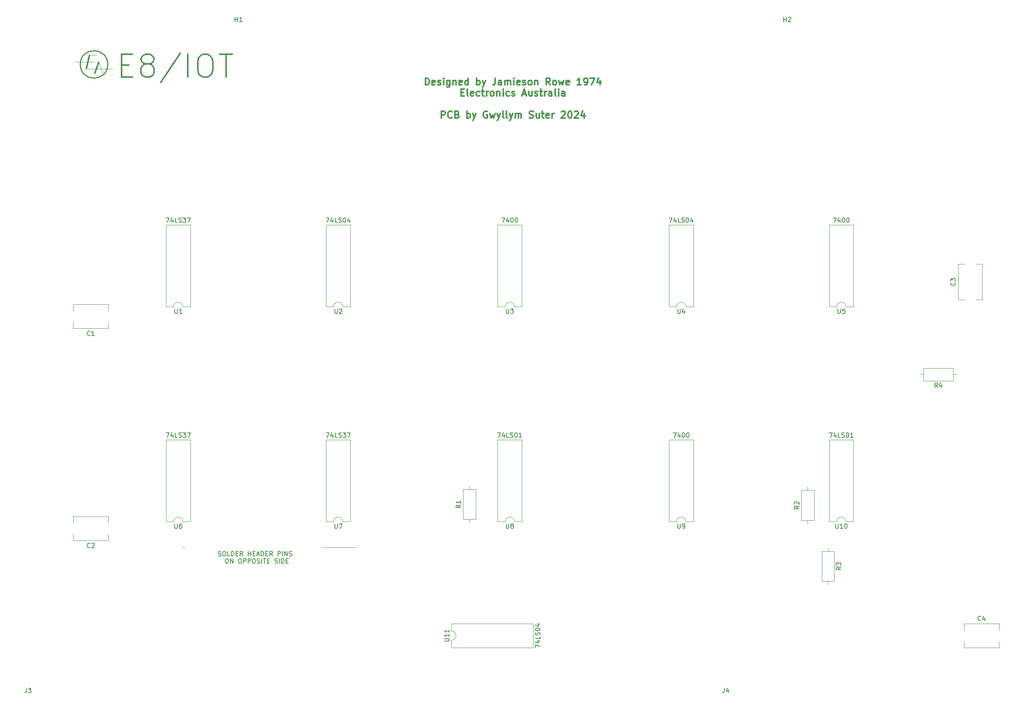
<source format=gbr>
%TF.GenerationSoftware,KiCad,Pcbnew,(6.0.4-0)*%
%TF.CreationDate,2024-04-14T14:55:46+10:00*%
%TF.ProjectId,Input:Output Interface,496e7075-743a-44f7-9574-70757420496e,rev?*%
%TF.SameCoordinates,Original*%
%TF.FileFunction,Legend,Top*%
%TF.FilePolarity,Positive*%
%FSLAX46Y46*%
G04 Gerber Fmt 4.6, Leading zero omitted, Abs format (unit mm)*
G04 Created by KiCad (PCBNEW (6.0.4-0)) date 2024-04-14 14:55:46*
%MOMM*%
%LPD*%
G01*
G04 APERTURE LIST*
%ADD10C,0.120000*%
%ADD11C,0.150000*%
%ADD12C,0.300000*%
%ADD13C,0.240000*%
G04 APERTURE END LIST*
D10*
X138176000Y-173736000D02*
X145796000Y-173736000D01*
X107696000Y-173736000D02*
X108204000Y-173736000D01*
X141732000Y-173736000D02*
X142240000Y-173736000D01*
D11*
X115595238Y-175499761D02*
X115738095Y-175547380D01*
X115976190Y-175547380D01*
X116071428Y-175499761D01*
X116119047Y-175452142D01*
X116166666Y-175356904D01*
X116166666Y-175261666D01*
X116119047Y-175166428D01*
X116071428Y-175118809D01*
X115976190Y-175071190D01*
X115785714Y-175023571D01*
X115690476Y-174975952D01*
X115642857Y-174928333D01*
X115595238Y-174833095D01*
X115595238Y-174737857D01*
X115642857Y-174642619D01*
X115690476Y-174595000D01*
X115785714Y-174547380D01*
X116023809Y-174547380D01*
X116166666Y-174595000D01*
X116785714Y-174547380D02*
X116976190Y-174547380D01*
X117071428Y-174595000D01*
X117166666Y-174690238D01*
X117214285Y-174880714D01*
X117214285Y-175214047D01*
X117166666Y-175404523D01*
X117071428Y-175499761D01*
X116976190Y-175547380D01*
X116785714Y-175547380D01*
X116690476Y-175499761D01*
X116595238Y-175404523D01*
X116547619Y-175214047D01*
X116547619Y-174880714D01*
X116595238Y-174690238D01*
X116690476Y-174595000D01*
X116785714Y-174547380D01*
X118119047Y-175547380D02*
X117642857Y-175547380D01*
X117642857Y-174547380D01*
X118452380Y-175547380D02*
X118452380Y-174547380D01*
X118690476Y-174547380D01*
X118833333Y-174595000D01*
X118928571Y-174690238D01*
X118976190Y-174785476D01*
X119023809Y-174975952D01*
X119023809Y-175118809D01*
X118976190Y-175309285D01*
X118928571Y-175404523D01*
X118833333Y-175499761D01*
X118690476Y-175547380D01*
X118452380Y-175547380D01*
X119452380Y-175023571D02*
X119785714Y-175023571D01*
X119928571Y-175547380D02*
X119452380Y-175547380D01*
X119452380Y-174547380D01*
X119928571Y-174547380D01*
X120928571Y-175547380D02*
X120595238Y-175071190D01*
X120357142Y-175547380D02*
X120357142Y-174547380D01*
X120738095Y-174547380D01*
X120833333Y-174595000D01*
X120880952Y-174642619D01*
X120928571Y-174737857D01*
X120928571Y-174880714D01*
X120880952Y-174975952D01*
X120833333Y-175023571D01*
X120738095Y-175071190D01*
X120357142Y-175071190D01*
X122119047Y-175547380D02*
X122119047Y-174547380D01*
X122119047Y-175023571D02*
X122690476Y-175023571D01*
X122690476Y-175547380D02*
X122690476Y-174547380D01*
X123166666Y-175023571D02*
X123500000Y-175023571D01*
X123642857Y-175547380D02*
X123166666Y-175547380D01*
X123166666Y-174547380D01*
X123642857Y-174547380D01*
X124023809Y-175261666D02*
X124500000Y-175261666D01*
X123928571Y-175547380D02*
X124261904Y-174547380D01*
X124595238Y-175547380D01*
X124928571Y-175547380D02*
X124928571Y-174547380D01*
X125166666Y-174547380D01*
X125309523Y-174595000D01*
X125404761Y-174690238D01*
X125452380Y-174785476D01*
X125500000Y-174975952D01*
X125500000Y-175118809D01*
X125452380Y-175309285D01*
X125404761Y-175404523D01*
X125309523Y-175499761D01*
X125166666Y-175547380D01*
X124928571Y-175547380D01*
X125928571Y-175023571D02*
X126261904Y-175023571D01*
X126404761Y-175547380D02*
X125928571Y-175547380D01*
X125928571Y-174547380D01*
X126404761Y-174547380D01*
X127404761Y-175547380D02*
X127071428Y-175071190D01*
X126833333Y-175547380D02*
X126833333Y-174547380D01*
X127214285Y-174547380D01*
X127309523Y-174595000D01*
X127357142Y-174642619D01*
X127404761Y-174737857D01*
X127404761Y-174880714D01*
X127357142Y-174975952D01*
X127309523Y-175023571D01*
X127214285Y-175071190D01*
X126833333Y-175071190D01*
X128595238Y-175547380D02*
X128595238Y-174547380D01*
X128976190Y-174547380D01*
X129071428Y-174595000D01*
X129119047Y-174642619D01*
X129166666Y-174737857D01*
X129166666Y-174880714D01*
X129119047Y-174975952D01*
X129071428Y-175023571D01*
X128976190Y-175071190D01*
X128595238Y-175071190D01*
X129595238Y-175547380D02*
X129595238Y-174547380D01*
X130071428Y-175547380D02*
X130071428Y-174547380D01*
X130642857Y-175547380D01*
X130642857Y-174547380D01*
X131071428Y-175499761D02*
X131214285Y-175547380D01*
X131452380Y-175547380D01*
X131547619Y-175499761D01*
X131595238Y-175452142D01*
X131642857Y-175356904D01*
X131642857Y-175261666D01*
X131595238Y-175166428D01*
X131547619Y-175118809D01*
X131452380Y-175071190D01*
X131261904Y-175023571D01*
X131166666Y-174975952D01*
X131119047Y-174928333D01*
X131071428Y-174833095D01*
X131071428Y-174737857D01*
X131119047Y-174642619D01*
X131166666Y-174595000D01*
X131261904Y-174547380D01*
X131500000Y-174547380D01*
X131642857Y-174595000D01*
X117357142Y-176157380D02*
X117547619Y-176157380D01*
X117642857Y-176205000D01*
X117738095Y-176300238D01*
X117785714Y-176490714D01*
X117785714Y-176824047D01*
X117738095Y-177014523D01*
X117642857Y-177109761D01*
X117547619Y-177157380D01*
X117357142Y-177157380D01*
X117261904Y-177109761D01*
X117166666Y-177014523D01*
X117119047Y-176824047D01*
X117119047Y-176490714D01*
X117166666Y-176300238D01*
X117261904Y-176205000D01*
X117357142Y-176157380D01*
X118214285Y-177157380D02*
X118214285Y-176157380D01*
X118785714Y-177157380D01*
X118785714Y-176157380D01*
X120214285Y-176157380D02*
X120404761Y-176157380D01*
X120500000Y-176205000D01*
X120595238Y-176300238D01*
X120642857Y-176490714D01*
X120642857Y-176824047D01*
X120595238Y-177014523D01*
X120500000Y-177109761D01*
X120404761Y-177157380D01*
X120214285Y-177157380D01*
X120119047Y-177109761D01*
X120023809Y-177014523D01*
X119976190Y-176824047D01*
X119976190Y-176490714D01*
X120023809Y-176300238D01*
X120119047Y-176205000D01*
X120214285Y-176157380D01*
X121071428Y-177157380D02*
X121071428Y-176157380D01*
X121452380Y-176157380D01*
X121547619Y-176205000D01*
X121595238Y-176252619D01*
X121642857Y-176347857D01*
X121642857Y-176490714D01*
X121595238Y-176585952D01*
X121547619Y-176633571D01*
X121452380Y-176681190D01*
X121071428Y-176681190D01*
X122071428Y-177157380D02*
X122071428Y-176157380D01*
X122452380Y-176157380D01*
X122547619Y-176205000D01*
X122595238Y-176252619D01*
X122642857Y-176347857D01*
X122642857Y-176490714D01*
X122595238Y-176585952D01*
X122547619Y-176633571D01*
X122452380Y-176681190D01*
X122071428Y-176681190D01*
X123261904Y-176157380D02*
X123452380Y-176157380D01*
X123547619Y-176205000D01*
X123642857Y-176300238D01*
X123690476Y-176490714D01*
X123690476Y-176824047D01*
X123642857Y-177014523D01*
X123547619Y-177109761D01*
X123452380Y-177157380D01*
X123261904Y-177157380D01*
X123166666Y-177109761D01*
X123071428Y-177014523D01*
X123023809Y-176824047D01*
X123023809Y-176490714D01*
X123071428Y-176300238D01*
X123166666Y-176205000D01*
X123261904Y-176157380D01*
X124071428Y-177109761D02*
X124214285Y-177157380D01*
X124452380Y-177157380D01*
X124547619Y-177109761D01*
X124595238Y-177062142D01*
X124642857Y-176966904D01*
X124642857Y-176871666D01*
X124595238Y-176776428D01*
X124547619Y-176728809D01*
X124452380Y-176681190D01*
X124261904Y-176633571D01*
X124166666Y-176585952D01*
X124119047Y-176538333D01*
X124071428Y-176443095D01*
X124071428Y-176347857D01*
X124119047Y-176252619D01*
X124166666Y-176205000D01*
X124261904Y-176157380D01*
X124500000Y-176157380D01*
X124642857Y-176205000D01*
X125071428Y-177157380D02*
X125071428Y-176157380D01*
X125404761Y-176157380D02*
X125976190Y-176157380D01*
X125690476Y-177157380D02*
X125690476Y-176157380D01*
X126309523Y-176633571D02*
X126642857Y-176633571D01*
X126785714Y-177157380D02*
X126309523Y-177157380D01*
X126309523Y-176157380D01*
X126785714Y-176157380D01*
X127928571Y-177109761D02*
X128071428Y-177157380D01*
X128309523Y-177157380D01*
X128404761Y-177109761D01*
X128452380Y-177062142D01*
X128500000Y-176966904D01*
X128500000Y-176871666D01*
X128452380Y-176776428D01*
X128404761Y-176728809D01*
X128309523Y-176681190D01*
X128119047Y-176633571D01*
X128023809Y-176585952D01*
X127976190Y-176538333D01*
X127928571Y-176443095D01*
X127928571Y-176347857D01*
X127976190Y-176252619D01*
X128023809Y-176205000D01*
X128119047Y-176157380D01*
X128357142Y-176157380D01*
X128500000Y-176205000D01*
X128928571Y-177157380D02*
X128928571Y-176157380D01*
X129404761Y-177157380D02*
X129404761Y-176157380D01*
X129642857Y-176157380D01*
X129785714Y-176205000D01*
X129880952Y-176300238D01*
X129928571Y-176395476D01*
X129976190Y-176585952D01*
X129976190Y-176728809D01*
X129928571Y-176919285D01*
X129880952Y-177014523D01*
X129785714Y-177109761D01*
X129642857Y-177157380D01*
X129404761Y-177157380D01*
X130404761Y-176633571D02*
X130738095Y-176633571D01*
X130880952Y-177157380D02*
X130404761Y-177157380D01*
X130404761Y-176157380D01*
X130880952Y-176157380D01*
D12*
X160857142Y-72556071D02*
X160857142Y-71056071D01*
X161214285Y-71056071D01*
X161428571Y-71127500D01*
X161571428Y-71270357D01*
X161642857Y-71413214D01*
X161714285Y-71698928D01*
X161714285Y-71913214D01*
X161642857Y-72198928D01*
X161571428Y-72341785D01*
X161428571Y-72484642D01*
X161214285Y-72556071D01*
X160857142Y-72556071D01*
X162928571Y-72484642D02*
X162785714Y-72556071D01*
X162500000Y-72556071D01*
X162357142Y-72484642D01*
X162285714Y-72341785D01*
X162285714Y-71770357D01*
X162357142Y-71627500D01*
X162500000Y-71556071D01*
X162785714Y-71556071D01*
X162928571Y-71627500D01*
X163000000Y-71770357D01*
X163000000Y-71913214D01*
X162285714Y-72056071D01*
X163571428Y-72484642D02*
X163714285Y-72556071D01*
X164000000Y-72556071D01*
X164142857Y-72484642D01*
X164214285Y-72341785D01*
X164214285Y-72270357D01*
X164142857Y-72127500D01*
X164000000Y-72056071D01*
X163785714Y-72056071D01*
X163642857Y-71984642D01*
X163571428Y-71841785D01*
X163571428Y-71770357D01*
X163642857Y-71627500D01*
X163785714Y-71556071D01*
X164000000Y-71556071D01*
X164142857Y-71627500D01*
X164857142Y-72556071D02*
X164857142Y-71556071D01*
X164857142Y-71056071D02*
X164785714Y-71127500D01*
X164857142Y-71198928D01*
X164928571Y-71127500D01*
X164857142Y-71056071D01*
X164857142Y-71198928D01*
X166214285Y-71556071D02*
X166214285Y-72770357D01*
X166142857Y-72913214D01*
X166071428Y-72984642D01*
X165928571Y-73056071D01*
X165714285Y-73056071D01*
X165571428Y-72984642D01*
X166214285Y-72484642D02*
X166071428Y-72556071D01*
X165785714Y-72556071D01*
X165642857Y-72484642D01*
X165571428Y-72413214D01*
X165500000Y-72270357D01*
X165500000Y-71841785D01*
X165571428Y-71698928D01*
X165642857Y-71627500D01*
X165785714Y-71556071D01*
X166071428Y-71556071D01*
X166214285Y-71627500D01*
X166928571Y-71556071D02*
X166928571Y-72556071D01*
X166928571Y-71698928D02*
X167000000Y-71627500D01*
X167142857Y-71556071D01*
X167357142Y-71556071D01*
X167500000Y-71627500D01*
X167571428Y-71770357D01*
X167571428Y-72556071D01*
X168857142Y-72484642D02*
X168714285Y-72556071D01*
X168428571Y-72556071D01*
X168285714Y-72484642D01*
X168214285Y-72341785D01*
X168214285Y-71770357D01*
X168285714Y-71627500D01*
X168428571Y-71556071D01*
X168714285Y-71556071D01*
X168857142Y-71627500D01*
X168928571Y-71770357D01*
X168928571Y-71913214D01*
X168214285Y-72056071D01*
X170214285Y-72556071D02*
X170214285Y-71056071D01*
X170214285Y-72484642D02*
X170071428Y-72556071D01*
X169785714Y-72556071D01*
X169642857Y-72484642D01*
X169571428Y-72413214D01*
X169500000Y-72270357D01*
X169500000Y-71841785D01*
X169571428Y-71698928D01*
X169642857Y-71627500D01*
X169785714Y-71556071D01*
X170071428Y-71556071D01*
X170214285Y-71627500D01*
X172071428Y-72556071D02*
X172071428Y-71056071D01*
X172071428Y-71627500D02*
X172214285Y-71556071D01*
X172500000Y-71556071D01*
X172642857Y-71627500D01*
X172714285Y-71698928D01*
X172785714Y-71841785D01*
X172785714Y-72270357D01*
X172714285Y-72413214D01*
X172642857Y-72484642D01*
X172500000Y-72556071D01*
X172214285Y-72556071D01*
X172071428Y-72484642D01*
X173285714Y-71556071D02*
X173642857Y-72556071D01*
X174000000Y-71556071D02*
X173642857Y-72556071D01*
X173500000Y-72913214D01*
X173428571Y-72984642D01*
X173285714Y-73056071D01*
X176142857Y-71056071D02*
X176142857Y-72127500D01*
X176071428Y-72341785D01*
X175928571Y-72484642D01*
X175714285Y-72556071D01*
X175571428Y-72556071D01*
X177500000Y-72556071D02*
X177500000Y-71770357D01*
X177428571Y-71627500D01*
X177285714Y-71556071D01*
X177000000Y-71556071D01*
X176857142Y-71627500D01*
X177500000Y-72484642D02*
X177357142Y-72556071D01*
X177000000Y-72556071D01*
X176857142Y-72484642D01*
X176785714Y-72341785D01*
X176785714Y-72198928D01*
X176857142Y-72056071D01*
X177000000Y-71984642D01*
X177357142Y-71984642D01*
X177500000Y-71913214D01*
X178214285Y-72556071D02*
X178214285Y-71556071D01*
X178214285Y-71698928D02*
X178285714Y-71627500D01*
X178428571Y-71556071D01*
X178642857Y-71556071D01*
X178785714Y-71627500D01*
X178857142Y-71770357D01*
X178857142Y-72556071D01*
X178857142Y-71770357D02*
X178928571Y-71627500D01*
X179071428Y-71556071D01*
X179285714Y-71556071D01*
X179428571Y-71627500D01*
X179500000Y-71770357D01*
X179500000Y-72556071D01*
X180214285Y-72556071D02*
X180214285Y-71556071D01*
X180214285Y-71056071D02*
X180142857Y-71127500D01*
X180214285Y-71198928D01*
X180285714Y-71127500D01*
X180214285Y-71056071D01*
X180214285Y-71198928D01*
X181500000Y-72484642D02*
X181357142Y-72556071D01*
X181071428Y-72556071D01*
X180928571Y-72484642D01*
X180857142Y-72341785D01*
X180857142Y-71770357D01*
X180928571Y-71627500D01*
X181071428Y-71556071D01*
X181357142Y-71556071D01*
X181500000Y-71627500D01*
X181571428Y-71770357D01*
X181571428Y-71913214D01*
X180857142Y-72056071D01*
X182142857Y-72484642D02*
X182285714Y-72556071D01*
X182571428Y-72556071D01*
X182714285Y-72484642D01*
X182785714Y-72341785D01*
X182785714Y-72270357D01*
X182714285Y-72127500D01*
X182571428Y-72056071D01*
X182357142Y-72056071D01*
X182214285Y-71984642D01*
X182142857Y-71841785D01*
X182142857Y-71770357D01*
X182214285Y-71627500D01*
X182357142Y-71556071D01*
X182571428Y-71556071D01*
X182714285Y-71627500D01*
X183642857Y-72556071D02*
X183500000Y-72484642D01*
X183428571Y-72413214D01*
X183357142Y-72270357D01*
X183357142Y-71841785D01*
X183428571Y-71698928D01*
X183500000Y-71627500D01*
X183642857Y-71556071D01*
X183857142Y-71556071D01*
X184000000Y-71627500D01*
X184071428Y-71698928D01*
X184142857Y-71841785D01*
X184142857Y-72270357D01*
X184071428Y-72413214D01*
X184000000Y-72484642D01*
X183857142Y-72556071D01*
X183642857Y-72556071D01*
X184785714Y-71556071D02*
X184785714Y-72556071D01*
X184785714Y-71698928D02*
X184857142Y-71627500D01*
X185000000Y-71556071D01*
X185214285Y-71556071D01*
X185357142Y-71627500D01*
X185428571Y-71770357D01*
X185428571Y-72556071D01*
X188142857Y-72556071D02*
X187642857Y-71841785D01*
X187285714Y-72556071D02*
X187285714Y-71056071D01*
X187857142Y-71056071D01*
X188000000Y-71127500D01*
X188071428Y-71198928D01*
X188142857Y-71341785D01*
X188142857Y-71556071D01*
X188071428Y-71698928D01*
X188000000Y-71770357D01*
X187857142Y-71841785D01*
X187285714Y-71841785D01*
X189000000Y-72556071D02*
X188857142Y-72484642D01*
X188785714Y-72413214D01*
X188714285Y-72270357D01*
X188714285Y-71841785D01*
X188785714Y-71698928D01*
X188857142Y-71627500D01*
X189000000Y-71556071D01*
X189214285Y-71556071D01*
X189357142Y-71627500D01*
X189428571Y-71698928D01*
X189500000Y-71841785D01*
X189500000Y-72270357D01*
X189428571Y-72413214D01*
X189357142Y-72484642D01*
X189214285Y-72556071D01*
X189000000Y-72556071D01*
X190000000Y-71556071D02*
X190285714Y-72556071D01*
X190571428Y-71841785D01*
X190857142Y-72556071D01*
X191142857Y-71556071D01*
X192285714Y-72484642D02*
X192142857Y-72556071D01*
X191857142Y-72556071D01*
X191714285Y-72484642D01*
X191642857Y-72341785D01*
X191642857Y-71770357D01*
X191714285Y-71627500D01*
X191857142Y-71556071D01*
X192142857Y-71556071D01*
X192285714Y-71627500D01*
X192357142Y-71770357D01*
X192357142Y-71913214D01*
X191642857Y-72056071D01*
X194928571Y-72556071D02*
X194071428Y-72556071D01*
X194500000Y-72556071D02*
X194500000Y-71056071D01*
X194357142Y-71270357D01*
X194214285Y-71413214D01*
X194071428Y-71484642D01*
X195642857Y-72556071D02*
X195928571Y-72556071D01*
X196071428Y-72484642D01*
X196142857Y-72413214D01*
X196285714Y-72198928D01*
X196357142Y-71913214D01*
X196357142Y-71341785D01*
X196285714Y-71198928D01*
X196214285Y-71127500D01*
X196071428Y-71056071D01*
X195785714Y-71056071D01*
X195642857Y-71127500D01*
X195571428Y-71198928D01*
X195500000Y-71341785D01*
X195500000Y-71698928D01*
X195571428Y-71841785D01*
X195642857Y-71913214D01*
X195785714Y-71984642D01*
X196071428Y-71984642D01*
X196214285Y-71913214D01*
X196285714Y-71841785D01*
X196357142Y-71698928D01*
X196857142Y-71056071D02*
X197857142Y-71056071D01*
X197214285Y-72556071D01*
X199071428Y-71556071D02*
X199071428Y-72556071D01*
X198714285Y-70984642D02*
X198357142Y-72056071D01*
X199285714Y-72056071D01*
X168642857Y-74185357D02*
X169142857Y-74185357D01*
X169357142Y-74971071D02*
X168642857Y-74971071D01*
X168642857Y-73471071D01*
X169357142Y-73471071D01*
X170214285Y-74971071D02*
X170071428Y-74899642D01*
X170000000Y-74756785D01*
X170000000Y-73471071D01*
X171357142Y-74899642D02*
X171214285Y-74971071D01*
X170928571Y-74971071D01*
X170785714Y-74899642D01*
X170714285Y-74756785D01*
X170714285Y-74185357D01*
X170785714Y-74042500D01*
X170928571Y-73971071D01*
X171214285Y-73971071D01*
X171357142Y-74042500D01*
X171428571Y-74185357D01*
X171428571Y-74328214D01*
X170714285Y-74471071D01*
X172714285Y-74899642D02*
X172571428Y-74971071D01*
X172285714Y-74971071D01*
X172142857Y-74899642D01*
X172071428Y-74828214D01*
X172000000Y-74685357D01*
X172000000Y-74256785D01*
X172071428Y-74113928D01*
X172142857Y-74042500D01*
X172285714Y-73971071D01*
X172571428Y-73971071D01*
X172714285Y-74042500D01*
X173142857Y-73971071D02*
X173714285Y-73971071D01*
X173357142Y-73471071D02*
X173357142Y-74756785D01*
X173428571Y-74899642D01*
X173571428Y-74971071D01*
X173714285Y-74971071D01*
X174214285Y-74971071D02*
X174214285Y-73971071D01*
X174214285Y-74256785D02*
X174285714Y-74113928D01*
X174357142Y-74042500D01*
X174500000Y-73971071D01*
X174642857Y-73971071D01*
X175357142Y-74971071D02*
X175214285Y-74899642D01*
X175142857Y-74828214D01*
X175071428Y-74685357D01*
X175071428Y-74256785D01*
X175142857Y-74113928D01*
X175214285Y-74042500D01*
X175357142Y-73971071D01*
X175571428Y-73971071D01*
X175714285Y-74042500D01*
X175785714Y-74113928D01*
X175857142Y-74256785D01*
X175857142Y-74685357D01*
X175785714Y-74828214D01*
X175714285Y-74899642D01*
X175571428Y-74971071D01*
X175357142Y-74971071D01*
X176500000Y-73971071D02*
X176500000Y-74971071D01*
X176500000Y-74113928D02*
X176571428Y-74042500D01*
X176714285Y-73971071D01*
X176928571Y-73971071D01*
X177071428Y-74042500D01*
X177142857Y-74185357D01*
X177142857Y-74971071D01*
X177857142Y-74971071D02*
X177857142Y-73971071D01*
X177857142Y-73471071D02*
X177785714Y-73542500D01*
X177857142Y-73613928D01*
X177928571Y-73542500D01*
X177857142Y-73471071D01*
X177857142Y-73613928D01*
X179214285Y-74899642D02*
X179071428Y-74971071D01*
X178785714Y-74971071D01*
X178642857Y-74899642D01*
X178571428Y-74828214D01*
X178500000Y-74685357D01*
X178500000Y-74256785D01*
X178571428Y-74113928D01*
X178642857Y-74042500D01*
X178785714Y-73971071D01*
X179071428Y-73971071D01*
X179214285Y-74042500D01*
X179785714Y-74899642D02*
X179928571Y-74971071D01*
X180214285Y-74971071D01*
X180357142Y-74899642D01*
X180428571Y-74756785D01*
X180428571Y-74685357D01*
X180357142Y-74542500D01*
X180214285Y-74471071D01*
X180000000Y-74471071D01*
X179857142Y-74399642D01*
X179785714Y-74256785D01*
X179785714Y-74185357D01*
X179857142Y-74042500D01*
X180000000Y-73971071D01*
X180214285Y-73971071D01*
X180357142Y-74042500D01*
X182142857Y-74542500D02*
X182857142Y-74542500D01*
X182000000Y-74971071D02*
X182500000Y-73471071D01*
X183000000Y-74971071D01*
X184142857Y-73971071D02*
X184142857Y-74971071D01*
X183500000Y-73971071D02*
X183500000Y-74756785D01*
X183571428Y-74899642D01*
X183714285Y-74971071D01*
X183928571Y-74971071D01*
X184071428Y-74899642D01*
X184142857Y-74828214D01*
X184785714Y-74899642D02*
X184928571Y-74971071D01*
X185214285Y-74971071D01*
X185357142Y-74899642D01*
X185428571Y-74756785D01*
X185428571Y-74685357D01*
X185357142Y-74542500D01*
X185214285Y-74471071D01*
X185000000Y-74471071D01*
X184857142Y-74399642D01*
X184785714Y-74256785D01*
X184785714Y-74185357D01*
X184857142Y-74042500D01*
X185000000Y-73971071D01*
X185214285Y-73971071D01*
X185357142Y-74042500D01*
X185857142Y-73971071D02*
X186428571Y-73971071D01*
X186071428Y-73471071D02*
X186071428Y-74756785D01*
X186142857Y-74899642D01*
X186285714Y-74971071D01*
X186428571Y-74971071D01*
X186928571Y-74971071D02*
X186928571Y-73971071D01*
X186928571Y-74256785D02*
X187000000Y-74113928D01*
X187071428Y-74042500D01*
X187214285Y-73971071D01*
X187357142Y-73971071D01*
X188500000Y-74971071D02*
X188500000Y-74185357D01*
X188428571Y-74042500D01*
X188285714Y-73971071D01*
X188000000Y-73971071D01*
X187857142Y-74042500D01*
X188500000Y-74899642D02*
X188357142Y-74971071D01*
X188000000Y-74971071D01*
X187857142Y-74899642D01*
X187785714Y-74756785D01*
X187785714Y-74613928D01*
X187857142Y-74471071D01*
X188000000Y-74399642D01*
X188357142Y-74399642D01*
X188500000Y-74328214D01*
X189428571Y-74971071D02*
X189285714Y-74899642D01*
X189214285Y-74756785D01*
X189214285Y-73471071D01*
X190000000Y-74971071D02*
X190000000Y-73971071D01*
X190000000Y-73471071D02*
X189928571Y-73542500D01*
X190000000Y-73613928D01*
X190071428Y-73542500D01*
X190000000Y-73471071D01*
X190000000Y-73613928D01*
X191357142Y-74971071D02*
X191357142Y-74185357D01*
X191285714Y-74042500D01*
X191142857Y-73971071D01*
X190857142Y-73971071D01*
X190714285Y-74042500D01*
X191357142Y-74899642D02*
X191214285Y-74971071D01*
X190857142Y-74971071D01*
X190714285Y-74899642D01*
X190642857Y-74756785D01*
X190642857Y-74613928D01*
X190714285Y-74471071D01*
X190857142Y-74399642D01*
X191214285Y-74399642D01*
X191357142Y-74328214D01*
X164321428Y-79801071D02*
X164321428Y-78301071D01*
X164892857Y-78301071D01*
X165035714Y-78372500D01*
X165107142Y-78443928D01*
X165178571Y-78586785D01*
X165178571Y-78801071D01*
X165107142Y-78943928D01*
X165035714Y-79015357D01*
X164892857Y-79086785D01*
X164321428Y-79086785D01*
X166678571Y-79658214D02*
X166607142Y-79729642D01*
X166392857Y-79801071D01*
X166250000Y-79801071D01*
X166035714Y-79729642D01*
X165892857Y-79586785D01*
X165821428Y-79443928D01*
X165750000Y-79158214D01*
X165750000Y-78943928D01*
X165821428Y-78658214D01*
X165892857Y-78515357D01*
X166035714Y-78372500D01*
X166250000Y-78301071D01*
X166392857Y-78301071D01*
X166607142Y-78372500D01*
X166678571Y-78443928D01*
X167821428Y-79015357D02*
X168035714Y-79086785D01*
X168107142Y-79158214D01*
X168178571Y-79301071D01*
X168178571Y-79515357D01*
X168107142Y-79658214D01*
X168035714Y-79729642D01*
X167892857Y-79801071D01*
X167321428Y-79801071D01*
X167321428Y-78301071D01*
X167821428Y-78301071D01*
X167964285Y-78372500D01*
X168035714Y-78443928D01*
X168107142Y-78586785D01*
X168107142Y-78729642D01*
X168035714Y-78872500D01*
X167964285Y-78943928D01*
X167821428Y-79015357D01*
X167321428Y-79015357D01*
X169964285Y-79801071D02*
X169964285Y-78301071D01*
X169964285Y-78872500D02*
X170107142Y-78801071D01*
X170392857Y-78801071D01*
X170535714Y-78872500D01*
X170607142Y-78943928D01*
X170678571Y-79086785D01*
X170678571Y-79515357D01*
X170607142Y-79658214D01*
X170535714Y-79729642D01*
X170392857Y-79801071D01*
X170107142Y-79801071D01*
X169964285Y-79729642D01*
X171178571Y-78801071D02*
X171535714Y-79801071D01*
X171892857Y-78801071D02*
X171535714Y-79801071D01*
X171392857Y-80158214D01*
X171321428Y-80229642D01*
X171178571Y-80301071D01*
X174392857Y-78372500D02*
X174250000Y-78301071D01*
X174035714Y-78301071D01*
X173821428Y-78372500D01*
X173678571Y-78515357D01*
X173607142Y-78658214D01*
X173535714Y-78943928D01*
X173535714Y-79158214D01*
X173607142Y-79443928D01*
X173678571Y-79586785D01*
X173821428Y-79729642D01*
X174035714Y-79801071D01*
X174178571Y-79801071D01*
X174392857Y-79729642D01*
X174464285Y-79658214D01*
X174464285Y-79158214D01*
X174178571Y-79158214D01*
X174964285Y-78801071D02*
X175250000Y-79801071D01*
X175535714Y-79086785D01*
X175821428Y-79801071D01*
X176107142Y-78801071D01*
X176535714Y-78801071D02*
X176892857Y-79801071D01*
X177250000Y-78801071D02*
X176892857Y-79801071D01*
X176750000Y-80158214D01*
X176678571Y-80229642D01*
X176535714Y-80301071D01*
X178035714Y-79801071D02*
X177892857Y-79729642D01*
X177821428Y-79586785D01*
X177821428Y-78301071D01*
X178821428Y-79801071D02*
X178678571Y-79729642D01*
X178607142Y-79586785D01*
X178607142Y-78301071D01*
X179250000Y-78801071D02*
X179607142Y-79801071D01*
X179964285Y-78801071D02*
X179607142Y-79801071D01*
X179464285Y-80158214D01*
X179392857Y-80229642D01*
X179250000Y-80301071D01*
X180535714Y-79801071D02*
X180535714Y-78801071D01*
X180535714Y-78943928D02*
X180607142Y-78872500D01*
X180750000Y-78801071D01*
X180964285Y-78801071D01*
X181107142Y-78872500D01*
X181178571Y-79015357D01*
X181178571Y-79801071D01*
X181178571Y-79015357D02*
X181250000Y-78872500D01*
X181392857Y-78801071D01*
X181607142Y-78801071D01*
X181750000Y-78872500D01*
X181821428Y-79015357D01*
X181821428Y-79801071D01*
X183607142Y-79729642D02*
X183821428Y-79801071D01*
X184178571Y-79801071D01*
X184321428Y-79729642D01*
X184392857Y-79658214D01*
X184464285Y-79515357D01*
X184464285Y-79372500D01*
X184392857Y-79229642D01*
X184321428Y-79158214D01*
X184178571Y-79086785D01*
X183892857Y-79015357D01*
X183750000Y-78943928D01*
X183678571Y-78872500D01*
X183607142Y-78729642D01*
X183607142Y-78586785D01*
X183678571Y-78443928D01*
X183750000Y-78372500D01*
X183892857Y-78301071D01*
X184250000Y-78301071D01*
X184464285Y-78372500D01*
X185750000Y-78801071D02*
X185750000Y-79801071D01*
X185107142Y-78801071D02*
X185107142Y-79586785D01*
X185178571Y-79729642D01*
X185321428Y-79801071D01*
X185535714Y-79801071D01*
X185678571Y-79729642D01*
X185750000Y-79658214D01*
X186250000Y-78801071D02*
X186821428Y-78801071D01*
X186464285Y-78301071D02*
X186464285Y-79586785D01*
X186535714Y-79729642D01*
X186678571Y-79801071D01*
X186821428Y-79801071D01*
X187892857Y-79729642D02*
X187750000Y-79801071D01*
X187464285Y-79801071D01*
X187321428Y-79729642D01*
X187250000Y-79586785D01*
X187250000Y-79015357D01*
X187321428Y-78872500D01*
X187464285Y-78801071D01*
X187750000Y-78801071D01*
X187892857Y-78872500D01*
X187964285Y-79015357D01*
X187964285Y-79158214D01*
X187250000Y-79301071D01*
X188607142Y-79801071D02*
X188607142Y-78801071D01*
X188607142Y-79086785D02*
X188678571Y-78943928D01*
X188750000Y-78872500D01*
X188892857Y-78801071D01*
X189035714Y-78801071D01*
X190607142Y-78443928D02*
X190678571Y-78372500D01*
X190821428Y-78301071D01*
X191178571Y-78301071D01*
X191321428Y-78372500D01*
X191392857Y-78443928D01*
X191464285Y-78586785D01*
X191464285Y-78729642D01*
X191392857Y-78943928D01*
X190535714Y-79801071D01*
X191464285Y-79801071D01*
X192392857Y-78301071D02*
X192535714Y-78301071D01*
X192678571Y-78372500D01*
X192750000Y-78443928D01*
X192821428Y-78586785D01*
X192892857Y-78872500D01*
X192892857Y-79229642D01*
X192821428Y-79515357D01*
X192750000Y-79658214D01*
X192678571Y-79729642D01*
X192535714Y-79801071D01*
X192392857Y-79801071D01*
X192250000Y-79729642D01*
X192178571Y-79658214D01*
X192107142Y-79515357D01*
X192035714Y-79229642D01*
X192035714Y-78872500D01*
X192107142Y-78586785D01*
X192178571Y-78443928D01*
X192250000Y-78372500D01*
X192392857Y-78301071D01*
X193464285Y-78443928D02*
X193535714Y-78372500D01*
X193678571Y-78301071D01*
X194035714Y-78301071D01*
X194178571Y-78372500D01*
X194250000Y-78443928D01*
X194321428Y-78586785D01*
X194321428Y-78729642D01*
X194250000Y-78943928D01*
X193392857Y-79801071D01*
X194321428Y-79801071D01*
X195607142Y-78801071D02*
X195607142Y-79801071D01*
X195250000Y-78229642D02*
X194892857Y-79301071D01*
X195821428Y-79301071D01*
X94386285Y-68222857D02*
X96052952Y-68222857D01*
X96767238Y-70841904D02*
X94386285Y-70841904D01*
X94386285Y-65841904D01*
X96767238Y-65841904D01*
X99624380Y-67984761D02*
X99148190Y-67746666D01*
X98910095Y-67508571D01*
X98672000Y-67032380D01*
X98672000Y-66794285D01*
X98910095Y-66318095D01*
X99148190Y-66080000D01*
X99624380Y-65841904D01*
X100576761Y-65841904D01*
X101052952Y-66080000D01*
X101291047Y-66318095D01*
X101529142Y-66794285D01*
X101529142Y-67032380D01*
X101291047Y-67508571D01*
X101052952Y-67746666D01*
X100576761Y-67984761D01*
X99624380Y-67984761D01*
X99148190Y-68222857D01*
X98910095Y-68460952D01*
X98672000Y-68937142D01*
X98672000Y-69889523D01*
X98910095Y-70365714D01*
X99148190Y-70603809D01*
X99624380Y-70841904D01*
X100576761Y-70841904D01*
X101052952Y-70603809D01*
X101291047Y-70365714D01*
X101529142Y-69889523D01*
X101529142Y-68937142D01*
X101291047Y-68460952D01*
X101052952Y-68222857D01*
X100576761Y-67984761D01*
X107243428Y-65603809D02*
X102957714Y-72032380D01*
X108910095Y-70841904D02*
X108910095Y-65841904D01*
X112243428Y-65841904D02*
X113195809Y-65841904D01*
X113672000Y-66080000D01*
X114148190Y-66556190D01*
X114386285Y-67508571D01*
X114386285Y-69175238D01*
X114148190Y-70127619D01*
X113672000Y-70603809D01*
X113195809Y-70841904D01*
X112243428Y-70841904D01*
X111767238Y-70603809D01*
X111291047Y-70127619D01*
X111052952Y-69175238D01*
X111052952Y-67508571D01*
X111291047Y-66556190D01*
X111767238Y-66080000D01*
X112243428Y-65841904D01*
X115814857Y-65841904D02*
X118672000Y-65841904D01*
X117243428Y-70841904D02*
X117243428Y-65841904D01*
D11*
%TO.C,J4*%
X226211866Y-204478380D02*
X226211866Y-205192666D01*
X226164247Y-205335523D01*
X226069009Y-205430761D01*
X225926152Y-205478380D01*
X225830914Y-205478380D01*
X227116628Y-204811714D02*
X227116628Y-205478380D01*
X226878533Y-204430761D02*
X226640438Y-205145047D01*
X227259485Y-205145047D01*
%TO.C,U2*%
X141048095Y-121522380D02*
X141048095Y-122331904D01*
X141095714Y-122427142D01*
X141143333Y-122474761D01*
X141238571Y-122522380D01*
X141429047Y-122522380D01*
X141524285Y-122474761D01*
X141571904Y-122427142D01*
X141619523Y-122331904D01*
X141619523Y-121522380D01*
X142048095Y-121617619D02*
X142095714Y-121570000D01*
X142190952Y-121522380D01*
X142429047Y-121522380D01*
X142524285Y-121570000D01*
X142571904Y-121617619D01*
X142619523Y-121712857D01*
X142619523Y-121808095D01*
X142571904Y-121950952D01*
X142000476Y-122522380D01*
X142619523Y-122522380D01*
X139167142Y-101622380D02*
X139833809Y-101622380D01*
X139405238Y-102622380D01*
X140643333Y-101955714D02*
X140643333Y-102622380D01*
X140405238Y-101574761D02*
X140167142Y-102289047D01*
X140786190Y-102289047D01*
X141643333Y-102622380D02*
X141167142Y-102622380D01*
X141167142Y-101622380D01*
X141929047Y-102574761D02*
X142071904Y-102622380D01*
X142310000Y-102622380D01*
X142405238Y-102574761D01*
X142452857Y-102527142D01*
X142500476Y-102431904D01*
X142500476Y-102336666D01*
X142452857Y-102241428D01*
X142405238Y-102193809D01*
X142310000Y-102146190D01*
X142119523Y-102098571D01*
X142024285Y-102050952D01*
X141976666Y-102003333D01*
X141929047Y-101908095D01*
X141929047Y-101812857D01*
X141976666Y-101717619D01*
X142024285Y-101670000D01*
X142119523Y-101622380D01*
X142357619Y-101622380D01*
X142500476Y-101670000D01*
X143119523Y-101622380D02*
X143214761Y-101622380D01*
X143310000Y-101670000D01*
X143357619Y-101717619D01*
X143405238Y-101812857D01*
X143452857Y-102003333D01*
X143452857Y-102241428D01*
X143405238Y-102431904D01*
X143357619Y-102527142D01*
X143310000Y-102574761D01*
X143214761Y-102622380D01*
X143119523Y-102622380D01*
X143024285Y-102574761D01*
X142976666Y-102527142D01*
X142929047Y-102431904D01*
X142881428Y-102241428D01*
X142881428Y-102003333D01*
X142929047Y-101812857D01*
X142976666Y-101717619D01*
X143024285Y-101670000D01*
X143119523Y-101622380D01*
X144310000Y-101955714D02*
X144310000Y-102622380D01*
X144071904Y-101574761D02*
X143833809Y-102289047D01*
X144452857Y-102289047D01*
%TO.C,U3*%
X178548095Y-121522380D02*
X178548095Y-122331904D01*
X178595714Y-122427142D01*
X178643333Y-122474761D01*
X178738571Y-122522380D01*
X178929047Y-122522380D01*
X179024285Y-122474761D01*
X179071904Y-122427142D01*
X179119523Y-122331904D01*
X179119523Y-121522380D01*
X179500476Y-121522380D02*
X180119523Y-121522380D01*
X179786190Y-121903333D01*
X179929047Y-121903333D01*
X180024285Y-121950952D01*
X180071904Y-121998571D01*
X180119523Y-122093809D01*
X180119523Y-122331904D01*
X180071904Y-122427142D01*
X180024285Y-122474761D01*
X179929047Y-122522380D01*
X179643333Y-122522380D01*
X179548095Y-122474761D01*
X179500476Y-122427142D01*
X177548095Y-101622380D02*
X178214761Y-101622380D01*
X177786190Y-102622380D01*
X179024285Y-101955714D02*
X179024285Y-102622380D01*
X178786190Y-101574761D02*
X178548095Y-102289047D01*
X179167142Y-102289047D01*
X179738571Y-101622380D02*
X179833809Y-101622380D01*
X179929047Y-101670000D01*
X179976666Y-101717619D01*
X180024285Y-101812857D01*
X180071904Y-102003333D01*
X180071904Y-102241428D01*
X180024285Y-102431904D01*
X179976666Y-102527142D01*
X179929047Y-102574761D01*
X179833809Y-102622380D01*
X179738571Y-102622380D01*
X179643333Y-102574761D01*
X179595714Y-102527142D01*
X179548095Y-102431904D01*
X179500476Y-102241428D01*
X179500476Y-102003333D01*
X179548095Y-101812857D01*
X179595714Y-101717619D01*
X179643333Y-101670000D01*
X179738571Y-101622380D01*
X180690952Y-101622380D02*
X180786190Y-101622380D01*
X180881428Y-101670000D01*
X180929047Y-101717619D01*
X180976666Y-101812857D01*
X181024285Y-102003333D01*
X181024285Y-102241428D01*
X180976666Y-102431904D01*
X180929047Y-102527142D01*
X180881428Y-102574761D01*
X180786190Y-102622380D01*
X180690952Y-102622380D01*
X180595714Y-102574761D01*
X180548095Y-102527142D01*
X180500476Y-102431904D01*
X180452857Y-102241428D01*
X180452857Y-102003333D01*
X180500476Y-101812857D01*
X180548095Y-101717619D01*
X180595714Y-101670000D01*
X180690952Y-101622380D01*
%TO.C,U4*%
X216048095Y-121522380D02*
X216048095Y-122331904D01*
X216095714Y-122427142D01*
X216143333Y-122474761D01*
X216238571Y-122522380D01*
X216429047Y-122522380D01*
X216524285Y-122474761D01*
X216571904Y-122427142D01*
X216619523Y-122331904D01*
X216619523Y-121522380D01*
X217524285Y-121855714D02*
X217524285Y-122522380D01*
X217286190Y-121474761D02*
X217048095Y-122189047D01*
X217667142Y-122189047D01*
X214167142Y-101622380D02*
X214833809Y-101622380D01*
X214405238Y-102622380D01*
X215643333Y-101955714D02*
X215643333Y-102622380D01*
X215405238Y-101574761D02*
X215167142Y-102289047D01*
X215786190Y-102289047D01*
X216643333Y-102622380D02*
X216167142Y-102622380D01*
X216167142Y-101622380D01*
X216929047Y-102574761D02*
X217071904Y-102622380D01*
X217310000Y-102622380D01*
X217405238Y-102574761D01*
X217452857Y-102527142D01*
X217500476Y-102431904D01*
X217500476Y-102336666D01*
X217452857Y-102241428D01*
X217405238Y-102193809D01*
X217310000Y-102146190D01*
X217119523Y-102098571D01*
X217024285Y-102050952D01*
X216976666Y-102003333D01*
X216929047Y-101908095D01*
X216929047Y-101812857D01*
X216976666Y-101717619D01*
X217024285Y-101670000D01*
X217119523Y-101622380D01*
X217357619Y-101622380D01*
X217500476Y-101670000D01*
X218119523Y-101622380D02*
X218214761Y-101622380D01*
X218310000Y-101670000D01*
X218357619Y-101717619D01*
X218405238Y-101812857D01*
X218452857Y-102003333D01*
X218452857Y-102241428D01*
X218405238Y-102431904D01*
X218357619Y-102527142D01*
X218310000Y-102574761D01*
X218214761Y-102622380D01*
X218119523Y-102622380D01*
X218024285Y-102574761D01*
X217976666Y-102527142D01*
X217929047Y-102431904D01*
X217881428Y-102241428D01*
X217881428Y-102003333D01*
X217929047Y-101812857D01*
X217976666Y-101717619D01*
X218024285Y-101670000D01*
X218119523Y-101622380D01*
X219310000Y-101955714D02*
X219310000Y-102622380D01*
X219071904Y-101574761D02*
X218833809Y-102289047D01*
X219452857Y-102289047D01*
%TO.C,U5*%
X251048095Y-121522380D02*
X251048095Y-122331904D01*
X251095714Y-122427142D01*
X251143333Y-122474761D01*
X251238571Y-122522380D01*
X251429047Y-122522380D01*
X251524285Y-122474761D01*
X251571904Y-122427142D01*
X251619523Y-122331904D01*
X251619523Y-121522380D01*
X252571904Y-121522380D02*
X252095714Y-121522380D01*
X252048095Y-121998571D01*
X252095714Y-121950952D01*
X252190952Y-121903333D01*
X252429047Y-121903333D01*
X252524285Y-121950952D01*
X252571904Y-121998571D01*
X252619523Y-122093809D01*
X252619523Y-122331904D01*
X252571904Y-122427142D01*
X252524285Y-122474761D01*
X252429047Y-122522380D01*
X252190952Y-122522380D01*
X252095714Y-122474761D01*
X252048095Y-122427142D01*
X250048095Y-101622380D02*
X250714761Y-101622380D01*
X250286190Y-102622380D01*
X251524285Y-101955714D02*
X251524285Y-102622380D01*
X251286190Y-101574761D02*
X251048095Y-102289047D01*
X251667142Y-102289047D01*
X252238571Y-101622380D02*
X252333809Y-101622380D01*
X252429047Y-101670000D01*
X252476666Y-101717619D01*
X252524285Y-101812857D01*
X252571904Y-102003333D01*
X252571904Y-102241428D01*
X252524285Y-102431904D01*
X252476666Y-102527142D01*
X252429047Y-102574761D01*
X252333809Y-102622380D01*
X252238571Y-102622380D01*
X252143333Y-102574761D01*
X252095714Y-102527142D01*
X252048095Y-102431904D01*
X252000476Y-102241428D01*
X252000476Y-102003333D01*
X252048095Y-101812857D01*
X252095714Y-101717619D01*
X252143333Y-101670000D01*
X252238571Y-101622380D01*
X253190952Y-101622380D02*
X253286190Y-101622380D01*
X253381428Y-101670000D01*
X253429047Y-101717619D01*
X253476666Y-101812857D01*
X253524285Y-102003333D01*
X253524285Y-102241428D01*
X253476666Y-102431904D01*
X253429047Y-102527142D01*
X253381428Y-102574761D01*
X253286190Y-102622380D01*
X253190952Y-102622380D01*
X253095714Y-102574761D01*
X253048095Y-102527142D01*
X253000476Y-102431904D01*
X252952857Y-102241428D01*
X252952857Y-102003333D01*
X253000476Y-101812857D01*
X253048095Y-101717619D01*
X253095714Y-101670000D01*
X253190952Y-101622380D01*
%TO.C,U8*%
X178548095Y-168522380D02*
X178548095Y-169331904D01*
X178595714Y-169427142D01*
X178643333Y-169474761D01*
X178738571Y-169522380D01*
X178929047Y-169522380D01*
X179024285Y-169474761D01*
X179071904Y-169427142D01*
X179119523Y-169331904D01*
X179119523Y-168522380D01*
X179738571Y-168950952D02*
X179643333Y-168903333D01*
X179595714Y-168855714D01*
X179548095Y-168760476D01*
X179548095Y-168712857D01*
X179595714Y-168617619D01*
X179643333Y-168570000D01*
X179738571Y-168522380D01*
X179929047Y-168522380D01*
X180024285Y-168570000D01*
X180071904Y-168617619D01*
X180119523Y-168712857D01*
X180119523Y-168760476D01*
X180071904Y-168855714D01*
X180024285Y-168903333D01*
X179929047Y-168950952D01*
X179738571Y-168950952D01*
X179643333Y-168998571D01*
X179595714Y-169046190D01*
X179548095Y-169141428D01*
X179548095Y-169331904D01*
X179595714Y-169427142D01*
X179643333Y-169474761D01*
X179738571Y-169522380D01*
X179929047Y-169522380D01*
X180024285Y-169474761D01*
X180071904Y-169427142D01*
X180119523Y-169331904D01*
X180119523Y-169141428D01*
X180071904Y-169046190D01*
X180024285Y-168998571D01*
X179929047Y-168950952D01*
X176667142Y-148622380D02*
X177333809Y-148622380D01*
X176905238Y-149622380D01*
X178143333Y-148955714D02*
X178143333Y-149622380D01*
X177905238Y-148574761D02*
X177667142Y-149289047D01*
X178286190Y-149289047D01*
X179143333Y-149622380D02*
X178667142Y-149622380D01*
X178667142Y-148622380D01*
X179429047Y-149574761D02*
X179571904Y-149622380D01*
X179810000Y-149622380D01*
X179905238Y-149574761D01*
X179952857Y-149527142D01*
X180000476Y-149431904D01*
X180000476Y-149336666D01*
X179952857Y-149241428D01*
X179905238Y-149193809D01*
X179810000Y-149146190D01*
X179619523Y-149098571D01*
X179524285Y-149050952D01*
X179476666Y-149003333D01*
X179429047Y-148908095D01*
X179429047Y-148812857D01*
X179476666Y-148717619D01*
X179524285Y-148670000D01*
X179619523Y-148622380D01*
X179857619Y-148622380D01*
X180000476Y-148670000D01*
X180619523Y-148622380D02*
X180714761Y-148622380D01*
X180810000Y-148670000D01*
X180857619Y-148717619D01*
X180905238Y-148812857D01*
X180952857Y-149003333D01*
X180952857Y-149241428D01*
X180905238Y-149431904D01*
X180857619Y-149527142D01*
X180810000Y-149574761D01*
X180714761Y-149622380D01*
X180619523Y-149622380D01*
X180524285Y-149574761D01*
X180476666Y-149527142D01*
X180429047Y-149431904D01*
X180381428Y-149241428D01*
X180381428Y-149003333D01*
X180429047Y-148812857D01*
X180476666Y-148717619D01*
X180524285Y-148670000D01*
X180619523Y-148622380D01*
X181905238Y-149622380D02*
X181333809Y-149622380D01*
X181619523Y-149622380D02*
X181619523Y-148622380D01*
X181524285Y-148765238D01*
X181429047Y-148860476D01*
X181333809Y-148908095D01*
%TO.C,U10*%
X250571904Y-168522380D02*
X250571904Y-169331904D01*
X250619523Y-169427142D01*
X250667142Y-169474761D01*
X250762380Y-169522380D01*
X250952857Y-169522380D01*
X251048095Y-169474761D01*
X251095714Y-169427142D01*
X251143333Y-169331904D01*
X251143333Y-168522380D01*
X252143333Y-169522380D02*
X251571904Y-169522380D01*
X251857619Y-169522380D02*
X251857619Y-168522380D01*
X251762380Y-168665238D01*
X251667142Y-168760476D01*
X251571904Y-168808095D01*
X252762380Y-168522380D02*
X252857619Y-168522380D01*
X252952857Y-168570000D01*
X253000476Y-168617619D01*
X253048095Y-168712857D01*
X253095714Y-168903333D01*
X253095714Y-169141428D01*
X253048095Y-169331904D01*
X253000476Y-169427142D01*
X252952857Y-169474761D01*
X252857619Y-169522380D01*
X252762380Y-169522380D01*
X252667142Y-169474761D01*
X252619523Y-169427142D01*
X252571904Y-169331904D01*
X252524285Y-169141428D01*
X252524285Y-168903333D01*
X252571904Y-168712857D01*
X252619523Y-168617619D01*
X252667142Y-168570000D01*
X252762380Y-168522380D01*
X249167142Y-148622380D02*
X249833809Y-148622380D01*
X249405238Y-149622380D01*
X250643333Y-148955714D02*
X250643333Y-149622380D01*
X250405238Y-148574761D02*
X250167142Y-149289047D01*
X250786190Y-149289047D01*
X251643333Y-149622380D02*
X251167142Y-149622380D01*
X251167142Y-148622380D01*
X251929047Y-149574761D02*
X252071904Y-149622380D01*
X252310000Y-149622380D01*
X252405238Y-149574761D01*
X252452857Y-149527142D01*
X252500476Y-149431904D01*
X252500476Y-149336666D01*
X252452857Y-149241428D01*
X252405238Y-149193809D01*
X252310000Y-149146190D01*
X252119523Y-149098571D01*
X252024285Y-149050952D01*
X251976666Y-149003333D01*
X251929047Y-148908095D01*
X251929047Y-148812857D01*
X251976666Y-148717619D01*
X252024285Y-148670000D01*
X252119523Y-148622380D01*
X252357619Y-148622380D01*
X252500476Y-148670000D01*
X253119523Y-148622380D02*
X253214761Y-148622380D01*
X253310000Y-148670000D01*
X253357619Y-148717619D01*
X253405238Y-148812857D01*
X253452857Y-149003333D01*
X253452857Y-149241428D01*
X253405238Y-149431904D01*
X253357619Y-149527142D01*
X253310000Y-149574761D01*
X253214761Y-149622380D01*
X253119523Y-149622380D01*
X253024285Y-149574761D01*
X252976666Y-149527142D01*
X252929047Y-149431904D01*
X252881428Y-149241428D01*
X252881428Y-149003333D01*
X252929047Y-148812857D01*
X252976666Y-148717619D01*
X253024285Y-148670000D01*
X253119523Y-148622380D01*
X254405238Y-149622380D02*
X253833809Y-149622380D01*
X254119523Y-149622380D02*
X254119523Y-148622380D01*
X254024285Y-148765238D01*
X253929047Y-148860476D01*
X253833809Y-148908095D01*
%TO.C,U11*%
X165002380Y-194228095D02*
X165811904Y-194228095D01*
X165907142Y-194180476D01*
X165954761Y-194132857D01*
X166002380Y-194037619D01*
X166002380Y-193847142D01*
X165954761Y-193751904D01*
X165907142Y-193704285D01*
X165811904Y-193656666D01*
X165002380Y-193656666D01*
X166002380Y-192656666D02*
X166002380Y-193228095D01*
X166002380Y-192942380D02*
X165002380Y-192942380D01*
X165145238Y-193037619D01*
X165240476Y-193132857D01*
X165288095Y-193228095D01*
X166002380Y-191704285D02*
X166002380Y-192275714D01*
X166002380Y-191990000D02*
X165002380Y-191990000D01*
X165145238Y-192085238D01*
X165240476Y-192180476D01*
X165288095Y-192275714D01*
X184902380Y-195632857D02*
X184902380Y-194966190D01*
X185902380Y-195394761D01*
X185235714Y-194156666D02*
X185902380Y-194156666D01*
X184854761Y-194394761D02*
X185569047Y-194632857D01*
X185569047Y-194013809D01*
X185902380Y-193156666D02*
X185902380Y-193632857D01*
X184902380Y-193632857D01*
X185854761Y-192870952D02*
X185902380Y-192728095D01*
X185902380Y-192490000D01*
X185854761Y-192394761D01*
X185807142Y-192347142D01*
X185711904Y-192299523D01*
X185616666Y-192299523D01*
X185521428Y-192347142D01*
X185473809Y-192394761D01*
X185426190Y-192490000D01*
X185378571Y-192680476D01*
X185330952Y-192775714D01*
X185283333Y-192823333D01*
X185188095Y-192870952D01*
X185092857Y-192870952D01*
X184997619Y-192823333D01*
X184950000Y-192775714D01*
X184902380Y-192680476D01*
X184902380Y-192442380D01*
X184950000Y-192299523D01*
X184902380Y-191680476D02*
X184902380Y-191585238D01*
X184950000Y-191490000D01*
X184997619Y-191442380D01*
X185092857Y-191394761D01*
X185283333Y-191347142D01*
X185521428Y-191347142D01*
X185711904Y-191394761D01*
X185807142Y-191442380D01*
X185854761Y-191490000D01*
X185902380Y-191585238D01*
X185902380Y-191680476D01*
X185854761Y-191775714D01*
X185807142Y-191823333D01*
X185711904Y-191870952D01*
X185521428Y-191918571D01*
X185283333Y-191918571D01*
X185092857Y-191870952D01*
X184997619Y-191823333D01*
X184950000Y-191775714D01*
X184902380Y-191680476D01*
X185235714Y-190490000D02*
X185902380Y-190490000D01*
X184854761Y-190728095D02*
X185569047Y-190966190D01*
X185569047Y-190347142D01*
%TO.C,U1*%
X106048095Y-121522380D02*
X106048095Y-122331904D01*
X106095714Y-122427142D01*
X106143333Y-122474761D01*
X106238571Y-122522380D01*
X106429047Y-122522380D01*
X106524285Y-122474761D01*
X106571904Y-122427142D01*
X106619523Y-122331904D01*
X106619523Y-121522380D01*
X107619523Y-122522380D02*
X107048095Y-122522380D01*
X107333809Y-122522380D02*
X107333809Y-121522380D01*
X107238571Y-121665238D01*
X107143333Y-121760476D01*
X107048095Y-121808095D01*
X104167142Y-101622380D02*
X104833809Y-101622380D01*
X104405238Y-102622380D01*
X105643333Y-101955714D02*
X105643333Y-102622380D01*
X105405238Y-101574761D02*
X105167142Y-102289047D01*
X105786190Y-102289047D01*
X106643333Y-102622380D02*
X106167142Y-102622380D01*
X106167142Y-101622380D01*
X106929047Y-102574761D02*
X107071904Y-102622380D01*
X107310000Y-102622380D01*
X107405238Y-102574761D01*
X107452857Y-102527142D01*
X107500476Y-102431904D01*
X107500476Y-102336666D01*
X107452857Y-102241428D01*
X107405238Y-102193809D01*
X107310000Y-102146190D01*
X107119523Y-102098571D01*
X107024285Y-102050952D01*
X106976666Y-102003333D01*
X106929047Y-101908095D01*
X106929047Y-101812857D01*
X106976666Y-101717619D01*
X107024285Y-101670000D01*
X107119523Y-101622380D01*
X107357619Y-101622380D01*
X107500476Y-101670000D01*
X107833809Y-101622380D02*
X108452857Y-101622380D01*
X108119523Y-102003333D01*
X108262380Y-102003333D01*
X108357619Y-102050952D01*
X108405238Y-102098571D01*
X108452857Y-102193809D01*
X108452857Y-102431904D01*
X108405238Y-102527142D01*
X108357619Y-102574761D01*
X108262380Y-102622380D01*
X107976666Y-102622380D01*
X107881428Y-102574761D01*
X107833809Y-102527142D01*
X108786190Y-101622380D02*
X109452857Y-101622380D01*
X109024285Y-102622380D01*
%TO.C,U6*%
X106048095Y-168522380D02*
X106048095Y-169331904D01*
X106095714Y-169427142D01*
X106143333Y-169474761D01*
X106238571Y-169522380D01*
X106429047Y-169522380D01*
X106524285Y-169474761D01*
X106571904Y-169427142D01*
X106619523Y-169331904D01*
X106619523Y-168522380D01*
X107524285Y-168522380D02*
X107333809Y-168522380D01*
X107238571Y-168570000D01*
X107190952Y-168617619D01*
X107095714Y-168760476D01*
X107048095Y-168950952D01*
X107048095Y-169331904D01*
X107095714Y-169427142D01*
X107143333Y-169474761D01*
X107238571Y-169522380D01*
X107429047Y-169522380D01*
X107524285Y-169474761D01*
X107571904Y-169427142D01*
X107619523Y-169331904D01*
X107619523Y-169093809D01*
X107571904Y-168998571D01*
X107524285Y-168950952D01*
X107429047Y-168903333D01*
X107238571Y-168903333D01*
X107143333Y-168950952D01*
X107095714Y-168998571D01*
X107048095Y-169093809D01*
X104167142Y-148622380D02*
X104833809Y-148622380D01*
X104405238Y-149622380D01*
X105643333Y-148955714D02*
X105643333Y-149622380D01*
X105405238Y-148574761D02*
X105167142Y-149289047D01*
X105786190Y-149289047D01*
X106643333Y-149622380D02*
X106167142Y-149622380D01*
X106167142Y-148622380D01*
X106929047Y-149574761D02*
X107071904Y-149622380D01*
X107310000Y-149622380D01*
X107405238Y-149574761D01*
X107452857Y-149527142D01*
X107500476Y-149431904D01*
X107500476Y-149336666D01*
X107452857Y-149241428D01*
X107405238Y-149193809D01*
X107310000Y-149146190D01*
X107119523Y-149098571D01*
X107024285Y-149050952D01*
X106976666Y-149003333D01*
X106929047Y-148908095D01*
X106929047Y-148812857D01*
X106976666Y-148717619D01*
X107024285Y-148670000D01*
X107119523Y-148622380D01*
X107357619Y-148622380D01*
X107500476Y-148670000D01*
X107833809Y-148622380D02*
X108452857Y-148622380D01*
X108119523Y-149003333D01*
X108262380Y-149003333D01*
X108357619Y-149050952D01*
X108405238Y-149098571D01*
X108452857Y-149193809D01*
X108452857Y-149431904D01*
X108405238Y-149527142D01*
X108357619Y-149574761D01*
X108262380Y-149622380D01*
X107976666Y-149622380D01*
X107881428Y-149574761D01*
X107833809Y-149527142D01*
X108786190Y-148622380D02*
X109452857Y-148622380D01*
X109024285Y-149622380D01*
%TO.C,U9*%
X216048095Y-168522380D02*
X216048095Y-169331904D01*
X216095714Y-169427142D01*
X216143333Y-169474761D01*
X216238571Y-169522380D01*
X216429047Y-169522380D01*
X216524285Y-169474761D01*
X216571904Y-169427142D01*
X216619523Y-169331904D01*
X216619523Y-168522380D01*
X217143333Y-169522380D02*
X217333809Y-169522380D01*
X217429047Y-169474761D01*
X217476666Y-169427142D01*
X217571904Y-169284285D01*
X217619523Y-169093809D01*
X217619523Y-168712857D01*
X217571904Y-168617619D01*
X217524285Y-168570000D01*
X217429047Y-168522380D01*
X217238571Y-168522380D01*
X217143333Y-168570000D01*
X217095714Y-168617619D01*
X217048095Y-168712857D01*
X217048095Y-168950952D01*
X217095714Y-169046190D01*
X217143333Y-169093809D01*
X217238571Y-169141428D01*
X217429047Y-169141428D01*
X217524285Y-169093809D01*
X217571904Y-169046190D01*
X217619523Y-168950952D01*
X215048095Y-148622380D02*
X215714761Y-148622380D01*
X215286190Y-149622380D01*
X216524285Y-148955714D02*
X216524285Y-149622380D01*
X216286190Y-148574761D02*
X216048095Y-149289047D01*
X216667142Y-149289047D01*
X217238571Y-148622380D02*
X217333809Y-148622380D01*
X217429047Y-148670000D01*
X217476666Y-148717619D01*
X217524285Y-148812857D01*
X217571904Y-149003333D01*
X217571904Y-149241428D01*
X217524285Y-149431904D01*
X217476666Y-149527142D01*
X217429047Y-149574761D01*
X217333809Y-149622380D01*
X217238571Y-149622380D01*
X217143333Y-149574761D01*
X217095714Y-149527142D01*
X217048095Y-149431904D01*
X217000476Y-149241428D01*
X217000476Y-149003333D01*
X217048095Y-148812857D01*
X217095714Y-148717619D01*
X217143333Y-148670000D01*
X217238571Y-148622380D01*
X218190952Y-148622380D02*
X218286190Y-148622380D01*
X218381428Y-148670000D01*
X218429047Y-148717619D01*
X218476666Y-148812857D01*
X218524285Y-149003333D01*
X218524285Y-149241428D01*
X218476666Y-149431904D01*
X218429047Y-149527142D01*
X218381428Y-149574761D01*
X218286190Y-149622380D01*
X218190952Y-149622380D01*
X218095714Y-149574761D01*
X218048095Y-149527142D01*
X218000476Y-149431904D01*
X217952857Y-149241428D01*
X217952857Y-149003333D01*
X218000476Y-148812857D01*
X218048095Y-148717619D01*
X218095714Y-148670000D01*
X218190952Y-148622380D01*
%TO.C,U7*%
X141048095Y-168522380D02*
X141048095Y-169331904D01*
X141095714Y-169427142D01*
X141143333Y-169474761D01*
X141238571Y-169522380D01*
X141429047Y-169522380D01*
X141524285Y-169474761D01*
X141571904Y-169427142D01*
X141619523Y-169331904D01*
X141619523Y-168522380D01*
X142000476Y-168522380D02*
X142667142Y-168522380D01*
X142238571Y-169522380D01*
X139167142Y-148622380D02*
X139833809Y-148622380D01*
X139405238Y-149622380D01*
X140643333Y-148955714D02*
X140643333Y-149622380D01*
X140405238Y-148574761D02*
X140167142Y-149289047D01*
X140786190Y-149289047D01*
X141643333Y-149622380D02*
X141167142Y-149622380D01*
X141167142Y-148622380D01*
X141929047Y-149574761D02*
X142071904Y-149622380D01*
X142310000Y-149622380D01*
X142405238Y-149574761D01*
X142452857Y-149527142D01*
X142500476Y-149431904D01*
X142500476Y-149336666D01*
X142452857Y-149241428D01*
X142405238Y-149193809D01*
X142310000Y-149146190D01*
X142119523Y-149098571D01*
X142024285Y-149050952D01*
X141976666Y-149003333D01*
X141929047Y-148908095D01*
X141929047Y-148812857D01*
X141976666Y-148717619D01*
X142024285Y-148670000D01*
X142119523Y-148622380D01*
X142357619Y-148622380D01*
X142500476Y-148670000D01*
X142833809Y-148622380D02*
X143452857Y-148622380D01*
X143119523Y-149003333D01*
X143262380Y-149003333D01*
X143357619Y-149050952D01*
X143405238Y-149098571D01*
X143452857Y-149193809D01*
X143452857Y-149431904D01*
X143405238Y-149527142D01*
X143357619Y-149574761D01*
X143262380Y-149622380D01*
X142976666Y-149622380D01*
X142881428Y-149574761D01*
X142833809Y-149527142D01*
X143786190Y-148622380D02*
X144452857Y-148622380D01*
X144024285Y-149622380D01*
%TO.C,J3*%
X73619066Y-204486380D02*
X73619066Y-205200666D01*
X73571447Y-205343523D01*
X73476209Y-205438761D01*
X73333352Y-205486380D01*
X73238114Y-205486380D01*
X74000019Y-204486380D02*
X74619066Y-204486380D01*
X74285733Y-204867333D01*
X74428590Y-204867333D01*
X74523828Y-204914952D01*
X74571447Y-204962571D01*
X74619066Y-205057809D01*
X74619066Y-205295904D01*
X74571447Y-205391142D01*
X74523828Y-205438761D01*
X74428590Y-205486380D01*
X74142876Y-205486380D01*
X74047638Y-205438761D01*
X74000019Y-205391142D01*
%TO.C,C1*%
X87523333Y-127297142D02*
X87475714Y-127344761D01*
X87332857Y-127392380D01*
X87237619Y-127392380D01*
X87094761Y-127344761D01*
X86999523Y-127249523D01*
X86951904Y-127154285D01*
X86904285Y-126963809D01*
X86904285Y-126820952D01*
X86951904Y-126630476D01*
X86999523Y-126535238D01*
X87094761Y-126440000D01*
X87237619Y-126392380D01*
X87332857Y-126392380D01*
X87475714Y-126440000D01*
X87523333Y-126487619D01*
X88475714Y-127392380D02*
X87904285Y-127392380D01*
X88190000Y-127392380D02*
X88190000Y-126392380D01*
X88094761Y-126535238D01*
X87999523Y-126630476D01*
X87904285Y-126678095D01*
%TO.C,C2*%
X87523333Y-173652142D02*
X87475714Y-173699761D01*
X87332857Y-173747380D01*
X87237619Y-173747380D01*
X87094761Y-173699761D01*
X86999523Y-173604523D01*
X86951904Y-173509285D01*
X86904285Y-173318809D01*
X86904285Y-173175952D01*
X86951904Y-172985476D01*
X86999523Y-172890238D01*
X87094761Y-172795000D01*
X87237619Y-172747380D01*
X87332857Y-172747380D01*
X87475714Y-172795000D01*
X87523333Y-172842619D01*
X87904285Y-172842619D02*
X87951904Y-172795000D01*
X88047142Y-172747380D01*
X88285238Y-172747380D01*
X88380476Y-172795000D01*
X88428095Y-172842619D01*
X88475714Y-172937857D01*
X88475714Y-173033095D01*
X88428095Y-173175952D01*
X87856666Y-173747380D01*
X88475714Y-173747380D01*
%TO.C,C3*%
X276642142Y-115796666D02*
X276689761Y-115844285D01*
X276737380Y-115987142D01*
X276737380Y-116082380D01*
X276689761Y-116225238D01*
X276594523Y-116320476D01*
X276499285Y-116368095D01*
X276308809Y-116415714D01*
X276165952Y-116415714D01*
X275975476Y-116368095D01*
X275880238Y-116320476D01*
X275785000Y-116225238D01*
X275737380Y-116082380D01*
X275737380Y-115987142D01*
X275785000Y-115844285D01*
X275832619Y-115796666D01*
X275737380Y-115463333D02*
X275737380Y-114844285D01*
X276118333Y-115177619D01*
X276118333Y-115034761D01*
X276165952Y-114939523D01*
X276213571Y-114891904D01*
X276308809Y-114844285D01*
X276546904Y-114844285D01*
X276642142Y-114891904D01*
X276689761Y-114939523D01*
X276737380Y-115034761D01*
X276737380Y-115320476D01*
X276689761Y-115415714D01*
X276642142Y-115463333D01*
%TO.C,C4*%
X282348333Y-189647142D02*
X282300714Y-189694761D01*
X282157857Y-189742380D01*
X282062619Y-189742380D01*
X281919761Y-189694761D01*
X281824523Y-189599523D01*
X281776904Y-189504285D01*
X281729285Y-189313809D01*
X281729285Y-189170952D01*
X281776904Y-188980476D01*
X281824523Y-188885238D01*
X281919761Y-188790000D01*
X282062619Y-188742380D01*
X282157857Y-188742380D01*
X282300714Y-188790000D01*
X282348333Y-188837619D01*
X283205476Y-189075714D02*
X283205476Y-189742380D01*
X282967380Y-188694761D02*
X282729285Y-189409047D01*
X283348333Y-189409047D01*
%TO.C,R1*%
X168582380Y-164446666D02*
X168106190Y-164780000D01*
X168582380Y-165018095D02*
X167582380Y-165018095D01*
X167582380Y-164637142D01*
X167630000Y-164541904D01*
X167677619Y-164494285D01*
X167772857Y-164446666D01*
X167915714Y-164446666D01*
X168010952Y-164494285D01*
X168058571Y-164541904D01*
X168106190Y-164637142D01*
X168106190Y-165018095D01*
X168582380Y-163494285D02*
X168582380Y-164065714D01*
X168582380Y-163780000D02*
X167582380Y-163780000D01*
X167725238Y-163875238D01*
X167820476Y-163970476D01*
X167868095Y-164065714D01*
%TO.C,R2*%
X242557380Y-164631666D02*
X242081190Y-164965000D01*
X242557380Y-165203095D02*
X241557380Y-165203095D01*
X241557380Y-164822142D01*
X241605000Y-164726904D01*
X241652619Y-164679285D01*
X241747857Y-164631666D01*
X241890714Y-164631666D01*
X241985952Y-164679285D01*
X242033571Y-164726904D01*
X242081190Y-164822142D01*
X242081190Y-165203095D01*
X241652619Y-164250714D02*
X241605000Y-164203095D01*
X241557380Y-164107857D01*
X241557380Y-163869761D01*
X241605000Y-163774523D01*
X241652619Y-163726904D01*
X241747857Y-163679285D01*
X241843095Y-163679285D01*
X241985952Y-163726904D01*
X242557380Y-164298333D01*
X242557380Y-163679285D01*
%TO.C,R3*%
X251742380Y-177966666D02*
X251266190Y-178300000D01*
X251742380Y-178538095D02*
X250742380Y-178538095D01*
X250742380Y-178157142D01*
X250790000Y-178061904D01*
X250837619Y-178014285D01*
X250932857Y-177966666D01*
X251075714Y-177966666D01*
X251170952Y-178014285D01*
X251218571Y-178061904D01*
X251266190Y-178157142D01*
X251266190Y-178538095D01*
X250742380Y-177633333D02*
X250742380Y-177014285D01*
X251123333Y-177347619D01*
X251123333Y-177204761D01*
X251170952Y-177109523D01*
X251218571Y-177061904D01*
X251313809Y-177014285D01*
X251551904Y-177014285D01*
X251647142Y-177061904D01*
X251694761Y-177109523D01*
X251742380Y-177204761D01*
X251742380Y-177490476D01*
X251694761Y-177585714D01*
X251647142Y-177633333D01*
%TO.C,R4*%
X272883333Y-138712380D02*
X272550000Y-138236190D01*
X272311904Y-138712380D02*
X272311904Y-137712380D01*
X272692857Y-137712380D01*
X272788095Y-137760000D01*
X272835714Y-137807619D01*
X272883333Y-137902857D01*
X272883333Y-138045714D01*
X272835714Y-138140952D01*
X272788095Y-138188571D01*
X272692857Y-138236190D01*
X272311904Y-138236190D01*
X273740476Y-138045714D02*
X273740476Y-138712380D01*
X273502380Y-137664761D02*
X273264285Y-138379047D01*
X273883333Y-138379047D01*
%TO.C,H1*%
X119238095Y-58702380D02*
X119238095Y-57702380D01*
X119238095Y-58178571D02*
X119809523Y-58178571D01*
X119809523Y-58702380D02*
X119809523Y-57702380D01*
X120809523Y-58702380D02*
X120238095Y-58702380D01*
X120523809Y-58702380D02*
X120523809Y-57702380D01*
X120428571Y-57845238D01*
X120333333Y-57940476D01*
X120238095Y-57988095D01*
%TO.C,H2*%
X239238095Y-58702380D02*
X239238095Y-57702380D01*
X239238095Y-58178571D02*
X239809523Y-58178571D01*
X239809523Y-58702380D02*
X239809523Y-57702380D01*
X240238095Y-57797619D02*
X240285714Y-57750000D01*
X240380952Y-57702380D01*
X240619047Y-57702380D01*
X240714285Y-57750000D01*
X240761904Y-57797619D01*
X240809523Y-57892857D01*
X240809523Y-57988095D01*
X240761904Y-58130952D01*
X240190476Y-58702380D01*
X240809523Y-58702380D01*
D10*
%TO.C,U2*%
X144460000Y-103170000D02*
X139160000Y-103170000D01*
X139160000Y-103170000D02*
X139160000Y-121070000D01*
X139160000Y-121070000D02*
X140810000Y-121070000D01*
X142810000Y-121070000D02*
X144460000Y-121070000D01*
X144460000Y-121070000D02*
X144460000Y-103170000D01*
X142810000Y-121070000D02*
G75*
G03*
X140810000Y-121070000I-1000000J0D01*
G01*
%TO.C,U3*%
X181960000Y-121070000D02*
X181960000Y-103170000D01*
X176660000Y-103170000D02*
X176660000Y-121070000D01*
X180310000Y-121070000D02*
X181960000Y-121070000D01*
X181960000Y-103170000D02*
X176660000Y-103170000D01*
X176660000Y-121070000D02*
X178310000Y-121070000D01*
X180310000Y-121070000D02*
G75*
G03*
X178310000Y-121070000I-1000000J0D01*
G01*
%TO.C,U4*%
X219460000Y-103170000D02*
X214160000Y-103170000D01*
X217810000Y-121070000D02*
X219460000Y-121070000D01*
X214160000Y-103170000D02*
X214160000Y-121070000D01*
X214160000Y-121070000D02*
X215810000Y-121070000D01*
X219460000Y-121070000D02*
X219460000Y-103170000D01*
X217810000Y-121070000D02*
G75*
G03*
X215810000Y-121070000I-1000000J0D01*
G01*
%TO.C,U5*%
X249160000Y-103170000D02*
X249160000Y-121070000D01*
X254460000Y-103170000D02*
X249160000Y-103170000D01*
X249160000Y-121070000D02*
X250810000Y-121070000D01*
X254460000Y-121070000D02*
X254460000Y-103170000D01*
X252810000Y-121070000D02*
X254460000Y-121070000D01*
X252810000Y-121070000D02*
G75*
G03*
X250810000Y-121070000I-1000000J0D01*
G01*
%TO.C,U8*%
X181960000Y-150170000D02*
X176660000Y-150170000D01*
X180310000Y-168070000D02*
X181960000Y-168070000D01*
X176660000Y-168070000D02*
X178310000Y-168070000D01*
X176660000Y-150170000D02*
X176660000Y-168070000D01*
X181960000Y-168070000D02*
X181960000Y-150170000D01*
X180310000Y-168070000D02*
G75*
G03*
X178310000Y-168070000I-1000000J0D01*
G01*
%TO.C,U10*%
X249160000Y-150170000D02*
X249160000Y-168070000D01*
X249160000Y-168070000D02*
X250810000Y-168070000D01*
X252810000Y-168070000D02*
X254460000Y-168070000D01*
X254460000Y-150170000D02*
X249160000Y-150170000D01*
X254460000Y-168070000D02*
X254460000Y-150170000D01*
X252810000Y-168070000D02*
G75*
G03*
X250810000Y-168070000I-1000000J0D01*
G01*
%TO.C,U11*%
X184450000Y-190340000D02*
X166550000Y-190340000D01*
X184450000Y-195640000D02*
X184450000Y-190340000D01*
X166550000Y-193990000D02*
X166550000Y-195640000D01*
X166550000Y-195640000D02*
X184450000Y-195640000D01*
X166550000Y-190340000D02*
X166550000Y-191990000D01*
X166550000Y-193990000D02*
G75*
G03*
X166550000Y-191990000I0J1000000D01*
G01*
%TO.C,U1*%
X109460000Y-121070000D02*
X109460000Y-103170000D01*
X104160000Y-121070000D02*
X105810000Y-121070000D01*
X104160000Y-103170000D02*
X104160000Y-121070000D01*
X107810000Y-121070000D02*
X109460000Y-121070000D01*
X109460000Y-103170000D02*
X104160000Y-103170000D01*
X107810000Y-121070000D02*
G75*
G03*
X105810000Y-121070000I-1000000J0D01*
G01*
%TO.C,U6*%
X109460000Y-150170000D02*
X104160000Y-150170000D01*
X104160000Y-150170000D02*
X104160000Y-168070000D01*
X104160000Y-168070000D02*
X105810000Y-168070000D01*
X109460000Y-168070000D02*
X109460000Y-150170000D01*
X107810000Y-168070000D02*
X109460000Y-168070000D01*
X107810000Y-168070000D02*
G75*
G03*
X105810000Y-168070000I-1000000J0D01*
G01*
%TO.C,U9*%
X219460000Y-168070000D02*
X219460000Y-150170000D01*
X214160000Y-168070000D02*
X215810000Y-168070000D01*
X217810000Y-168070000D02*
X219460000Y-168070000D01*
X219460000Y-150170000D02*
X214160000Y-150170000D01*
X214160000Y-150170000D02*
X214160000Y-168070000D01*
X217810000Y-168070000D02*
G75*
G03*
X215810000Y-168070000I-1000000J0D01*
G01*
%TO.C,U7*%
X139160000Y-150170000D02*
X139160000Y-168070000D01*
X142810000Y-168070000D02*
X144460000Y-168070000D01*
X144460000Y-168070000D02*
X144460000Y-150170000D01*
X139160000Y-168070000D02*
X140810000Y-168070000D01*
X144460000Y-150170000D02*
X139160000Y-150170000D01*
X142810000Y-168070000D02*
G75*
G03*
X140810000Y-168070000I-1000000J0D01*
G01*
%TO.C,REF\u002A\u002A*%
X89432000Y-67562000D02*
X90392000Y-70032000D01*
D12*
X87392000Y-66072000D02*
X86692000Y-68972000D01*
D10*
X86642000Y-69022000D02*
X92342000Y-69022000D01*
D12*
X89392000Y-67572000D02*
X88592000Y-69972000D01*
D10*
X84302000Y-67542000D02*
X88502000Y-67542000D01*
X87352000Y-66002000D02*
X88962000Y-66002000D01*
D13*
X91392000Y-68072000D02*
G75*
G03*
X91392000Y-68072000I-3000000J0D01*
G01*
D10*
%TO.C,C1*%
X91560000Y-125810000D02*
X83820000Y-125810000D01*
X83820000Y-125810000D02*
X83820000Y-124446000D01*
X83820000Y-121934000D02*
X83820000Y-120570000D01*
X91560000Y-120570000D02*
X83820000Y-120570000D01*
X91560000Y-121934000D02*
X91560000Y-120570000D01*
X91560000Y-125810000D02*
X91560000Y-124446000D01*
%TO.C,C2*%
X83820000Y-168289000D02*
X83820000Y-166925000D01*
X91560000Y-166925000D02*
X83820000Y-166925000D01*
X91560000Y-172165000D02*
X83820000Y-172165000D01*
X91560000Y-172165000D02*
X91560000Y-170801000D01*
X83820000Y-172165000D02*
X83820000Y-170801000D01*
X91560000Y-168289000D02*
X91560000Y-166925000D01*
%TO.C,C3*%
X281291000Y-119500000D02*
X282655000Y-119500000D01*
X282655000Y-119500000D02*
X282655000Y-111760000D01*
X277415000Y-111760000D02*
X278779000Y-111760000D01*
X277415000Y-119500000D02*
X277415000Y-111760000D01*
X281291000Y-111760000D02*
X282655000Y-111760000D01*
X277415000Y-119500000D02*
X278779000Y-119500000D01*
%TO.C,C4*%
X278645000Y-190420000D02*
X278645000Y-191784000D01*
X278645000Y-194296000D02*
X278645000Y-195660000D01*
X278645000Y-190420000D02*
X286385000Y-190420000D01*
X286385000Y-190420000D02*
X286385000Y-191784000D01*
X286385000Y-194296000D02*
X286385000Y-195660000D01*
X278645000Y-195660000D02*
X286385000Y-195660000D01*
%TO.C,R1*%
X171870000Y-167550000D02*
X171870000Y-161010000D01*
X171870000Y-161010000D02*
X169130000Y-161010000D01*
X169130000Y-167550000D02*
X171870000Y-167550000D01*
X169130000Y-161010000D02*
X169130000Y-167550000D01*
X170500000Y-168320000D02*
X170500000Y-167550000D01*
X170500000Y-160240000D02*
X170500000Y-161010000D01*
%TO.C,R2*%
X243105000Y-161195000D02*
X243105000Y-167735000D01*
X244475000Y-168505000D02*
X244475000Y-167735000D01*
X245845000Y-167735000D02*
X245845000Y-161195000D01*
X245845000Y-161195000D02*
X243105000Y-161195000D01*
X243105000Y-167735000D02*
X245845000Y-167735000D01*
X244475000Y-160425000D02*
X244475000Y-161195000D01*
%TO.C,R3*%
X247550000Y-174530000D02*
X247550000Y-181070000D01*
X248920000Y-181840000D02*
X248920000Y-181070000D01*
X247550000Y-181070000D02*
X250290000Y-181070000D01*
X250290000Y-181070000D02*
X250290000Y-174530000D01*
X248920000Y-173760000D02*
X248920000Y-174530000D01*
X250290000Y-174530000D02*
X247550000Y-174530000D01*
%TO.C,R4*%
X269780000Y-137260000D02*
X276320000Y-137260000D01*
X269010000Y-135890000D02*
X269780000Y-135890000D01*
X269780000Y-134520000D02*
X269780000Y-137260000D01*
X276320000Y-137260000D02*
X276320000Y-134520000D01*
X276320000Y-134520000D02*
X269780000Y-134520000D01*
X277090000Y-135890000D02*
X276320000Y-135890000D01*
%TD*%
M02*

</source>
